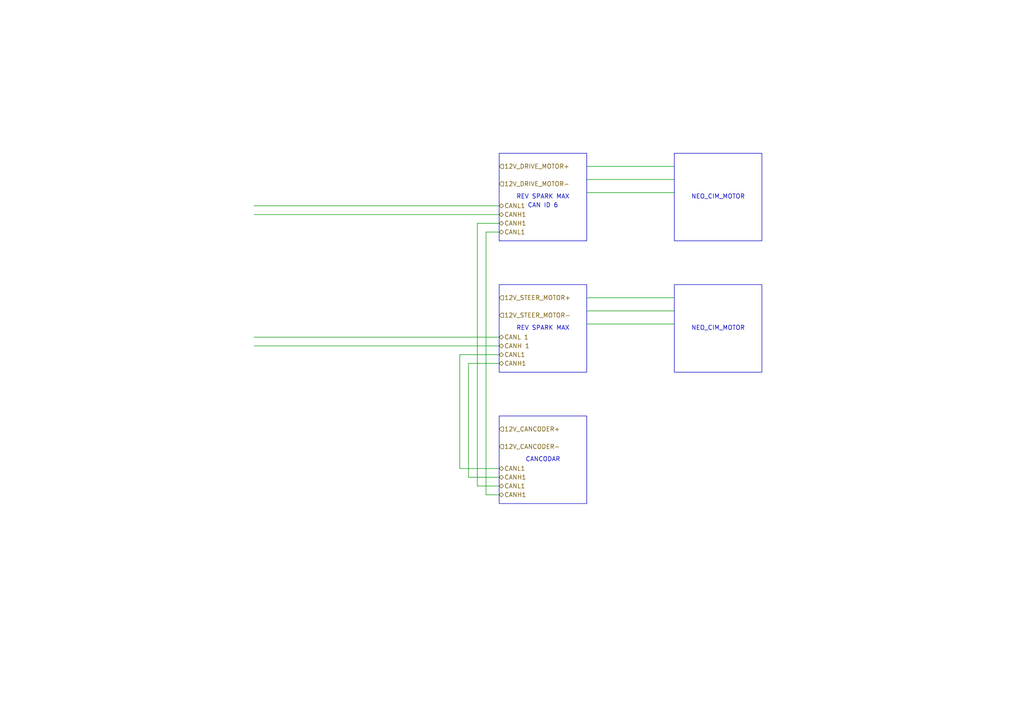
<source format=kicad_sch>
(kicad_sch
	(version 20250114)
	(generator "eeschema")
	(generator_version "9.0")
	(uuid "a75d3122-d114-4a24-bd90-e19f72c3774b")
	(paper "A4")
	(lib_symbols)
	(rectangle
		(start 144.78 120.65)
		(end 170.18 146.05)
		(stroke
			(width 0)
			(type default)
		)
		(fill
			(type none)
		)
		(uuid 04b2cd02-69e1-466c-8a18-eb8ffa777396)
	)
	(rectangle
		(start 195.58 44.45)
		(end 220.98 69.85)
		(stroke
			(width 0)
			(type default)
		)
		(fill
			(type none)
		)
		(uuid 268c690d-e9cd-4626-8198-dfd896cb67ed)
	)
	(rectangle
		(start 195.58 82.55)
		(end 220.98 107.95)
		(stroke
			(width 0)
			(type default)
		)
		(fill
			(type none)
		)
		(uuid 58252e35-51e4-403d-b1f6-3fc854ddfc18)
	)
	(rectangle
		(start 144.78 82.55)
		(end 170.18 107.95)
		(stroke
			(width 0)
			(type default)
		)
		(fill
			(type none)
		)
		(uuid 8262a096-510b-42d8-b860-bddb8ee15103)
	)
	(rectangle
		(start 144.78 44.45)
		(end 170.18 69.85)
		(stroke
			(width 0)
			(type default)
		)
		(fill
			(type none)
		)
		(uuid b6a8a46d-71ad-4956-b08c-98d80a58405b)
	)
	(text "REV SPARK MAX"
		(exclude_from_sim no)
		(at 157.48 57.15 0)
		(effects
			(font
				(size 1.27 1.27)
			)
		)
		(uuid "028ff27b-997c-44fa-9331-e8a6088b55e1")
	)
	(text "CANCODAR"
		(exclude_from_sim no)
		(at 157.48 133.35 0)
		(effects
			(font
				(size 1.27 1.27)
			)
		)
		(uuid "451c2fcb-4181-4b59-9dd7-77620cffc79f")
	)
	(text "NEO_CIM_MOTOR"
		(exclude_from_sim no)
		(at 208.28 95.25 0)
		(effects
			(font
				(size 1.27 1.27)
			)
		)
		(uuid "7a10b959-03b8-4962-b1ed-4a748115ba34")
	)
	(text "REV SPARK MAX"
		(exclude_from_sim no)
		(at 157.48 95.25 0)
		(effects
			(font
				(size 1.27 1.27)
			)
		)
		(uuid "838650bb-a961-4242-a37c-593bf12a6093")
	)
	(text "CAN ID 6"
		(exclude_from_sim no)
		(at 157.48 59.69 0)
		(effects
			(font
				(size 1.27 1.27)
			)
		)
		(uuid "9e094d83-5ef9-4736-a31c-2b54042ce237")
	)
	(text "NEO_CIM_MOTOR"
		(exclude_from_sim no)
		(at 208.28 57.15 0)
		(effects
			(font
				(size 1.27 1.27)
			)
		)
		(uuid "ce3969fb-a227-433b-9eeb-bf89908ebb35")
	)
	(wire
		(pts
			(xy 144.78 67.31) (xy 140.97 67.31)
		)
		(stroke
			(width 0)
			(type default)
		)
		(uuid "0d297f47-c1df-4cdb-9779-d0665b169e6f")
	)
	(wire
		(pts
			(xy 170.18 48.26) (xy 195.58 48.26)
		)
		(stroke
			(width 0)
			(type default)
		)
		(uuid "16e249d7-441b-44f6-b035-2e71f0acf39c")
	)
	(wire
		(pts
			(xy 144.78 138.43) (xy 135.89 138.43)
		)
		(stroke
			(width 0)
			(type default)
		)
		(uuid "21b4160c-eb36-485c-a9f6-6b6cd41089e6")
	)
	(wire
		(pts
			(xy 135.89 105.41) (xy 144.78 105.41)
		)
		(stroke
			(width 0)
			(type default)
		)
		(uuid "3869bd6c-9763-4d32-a4a5-384a330cfa7e")
	)
	(wire
		(pts
			(xy 133.35 102.87) (xy 144.78 102.87)
		)
		(stroke
			(width 0)
			(type default)
		)
		(uuid "4a4f040e-78ce-484f-8813-f626c1ae21c5")
	)
	(wire
		(pts
			(xy 135.89 138.43) (xy 135.89 105.41)
		)
		(stroke
			(width 0)
			(type default)
		)
		(uuid "4ebda267-ad86-49cd-94d4-204a81e77bc3")
	)
	(wire
		(pts
			(xy 140.97 67.31) (xy 140.97 143.51)
		)
		(stroke
			(width 0)
			(type default)
		)
		(uuid "55846dd7-25a7-4e90-9c45-ef51655702bd")
	)
	(wire
		(pts
			(xy 138.43 64.77) (xy 138.43 140.97)
		)
		(stroke
			(width 0)
			(type default)
		)
		(uuid "5585ad11-177b-45f7-944d-9b81bbccd7b1")
	)
	(wire
		(pts
			(xy 170.18 86.36) (xy 195.58 86.36)
		)
		(stroke
			(width 0)
			(type default)
		)
		(uuid "5ffbd8d7-2e45-40d4-ae6c-bea869f6048e")
	)
	(wire
		(pts
			(xy 73.66 62.23) (xy 144.78 62.23)
		)
		(stroke
			(width 0)
			(type default)
		)
		(uuid "63315857-dc63-4ea0-80ab-879ec7e3f662")
	)
	(wire
		(pts
			(xy 140.97 143.51) (xy 144.78 143.51)
		)
		(stroke
			(width 0)
			(type default)
		)
		(uuid "6f227fa7-2fc9-4442-8200-d677896e89b9")
	)
	(wire
		(pts
			(xy 170.18 90.17) (xy 195.58 90.17)
		)
		(stroke
			(width 0)
			(type default)
		)
		(uuid "800968de-2a7d-406f-8e5c-a425d1fa9663")
	)
	(wire
		(pts
			(xy 133.35 135.89) (xy 133.35 102.87)
		)
		(stroke
			(width 0)
			(type default)
		)
		(uuid "844a31fa-a9fa-4daa-baf1-22c95c7c9d61")
	)
	(wire
		(pts
			(xy 138.43 140.97) (xy 144.78 140.97)
		)
		(stroke
			(width 0)
			(type default)
		)
		(uuid "8f529f21-9025-4ad6-be4b-06ca42c3c51f")
	)
	(wire
		(pts
			(xy 73.66 97.79) (xy 144.78 97.79)
		)
		(stroke
			(width 0)
			(type default)
		)
		(uuid "9a79955d-26f1-4868-948e-09633d86b86a")
	)
	(wire
		(pts
			(xy 144.78 135.89) (xy 133.35 135.89)
		)
		(stroke
			(width 0)
			(type default)
		)
		(uuid "9dff992b-9b78-4028-b7f9-d1fefb220edd")
	)
	(wire
		(pts
			(xy 73.66 100.33) (xy 144.78 100.33)
		)
		(stroke
			(width 0)
			(type default)
		)
		(uuid "9ea82b1a-bb16-430d-8d6a-7dbe838c1975")
	)
	(wire
		(pts
			(xy 73.66 59.69) (xy 144.78 59.69)
		)
		(stroke
			(width 0)
			(type default)
		)
		(uuid "b9beb300-80dd-4a54-9284-d39d980e39d8")
	)
	(wire
		(pts
			(xy 170.18 93.98) (xy 195.58 93.98)
		)
		(stroke
			(width 0)
			(type default)
		)
		(uuid "c0391249-54a0-4e5f-979a-d9b64a1d610a")
	)
	(wire
		(pts
			(xy 170.18 52.07) (xy 195.58 52.07)
		)
		(stroke
			(width 0)
			(type default)
		)
		(uuid "eb7f90c2-1f6e-47c3-9ceb-80b8334a71ad")
	)
	(wire
		(pts
			(xy 144.78 64.77) (xy 138.43 64.77)
		)
		(stroke
			(width 0)
			(type default)
		)
		(uuid "f6a66fcc-7e69-45ca-a8f7-d824f7323193")
	)
	(wire
		(pts
			(xy 170.18 55.88) (xy 195.58 55.88)
		)
		(stroke
			(width 0)
			(type default)
		)
		(uuid "ff296b23-7110-4fc0-8852-85c963f7bc83")
	)
	(hierarchical_label "12V_DRIVE_MOTOR-"
		(shape input)
		(at 144.78 53.34 0)
		(effects
			(font
				(size 1.27 1.27)
			)
			(justify left)
		)
		(uuid "0bfcce42-5289-44d3-b28b-a4247d0b4796")
	)
	(hierarchical_label "12V_CANCODER+"
		(shape input)
		(at 144.78 124.46 0)
		(effects
			(font
				(size 1.27 1.27)
			)
			(justify left)
		)
		(uuid "2ba292ad-c6c4-46c8-bb49-3726abb2b65b")
	)
	(hierarchical_label "12V_DRIVE_MOTOR+"
		(shape input)
		(at 144.78 48.26 0)
		(effects
			(font
				(size 1.27 1.27)
			)
			(justify left)
		)
		(uuid "2cfc3133-b805-4836-a25b-58d1fe679203")
	)
	(hierarchical_label "CANL1"
		(shape bidirectional)
		(at 144.78 102.87 0)
		(effects
			(font
				(size 1.27 1.27)
			)
			(justify left)
		)
		(uuid "4f1c48a2-2ab1-491f-85dd-b26cdd45129a")
	)
	(hierarchical_label "CANL1"
		(shape bidirectional)
		(at 144.78 135.89 0)
		(effects
			(font
				(size 1.27 1.27)
			)
			(justify left)
		)
		(uuid "56094e7d-1d72-422f-978c-60dc5d44fcd8")
	)
	(hierarchical_label "CANH1"
		(shape bidirectional)
		(at 144.78 105.41 0)
		(effects
			(font
				(size 1.27 1.27)
			)
			(justify left)
		)
		(uuid "6b107950-ef2b-4950-af09-9c3631d17d1a")
	)
	(hierarchical_label "CANL1"
		(shape bidirectional)
		(at 144.78 140.97 0)
		(effects
			(font
				(size 1.27 1.27)
			)
			(justify left)
		)
		(uuid "6c7c7987-3c72-4077-9d95-be698a180bb8")
	)
	(hierarchical_label "12V_CANCODER-"
		(shape input)
		(at 144.78 129.54 0)
		(effects
			(font
				(size 1.27 1.27)
			)
			(justify left)
		)
		(uuid "72cae486-5949-4cc9-87b5-fdf94b4d4f20")
	)
	(hierarchical_label "CANH1"
		(shape bidirectional)
		(at 144.78 138.43 0)
		(effects
			(font
				(size 1.27 1.27)
			)
			(justify left)
		)
		(uuid "7aa8d551-a0a7-453c-b650-b52fbb7f052c")
	)
	(hierarchical_label "CANL1"
		(shape bidirectional)
		(at 144.78 67.31 0)
		(effects
			(font
				(size 1.27 1.27)
			)
			(justify left)
		)
		(uuid "805f42d3-78ad-4a81-ba5c-e60d2ec620ba")
	)
	(hierarchical_label "CANH1"
		(shape bidirectional)
		(at 144.78 64.77 0)
		(effects
			(font
				(size 1.27 1.27)
			)
			(justify left)
		)
		(uuid "81fce5ec-0f81-4900-925f-a5350305e26d")
	)
	(hierarchical_label "CANL1"
		(shape bidirectional)
		(at 144.78 59.69 0)
		(effects
			(font
				(size 1.27 1.27)
			)
			(justify left)
		)
		(uuid "858a96ed-04a9-4e9e-bb30-5803952c000d")
	)
	(hierarchical_label "CANH1"
		(shape bidirectional)
		(at 144.78 62.23 0)
		(effects
			(font
				(size 1.27 1.27)
			)
			(justify left)
		)
		(uuid "873e048a-3078-48ce-a0e5-883f58a4f381")
	)
	(hierarchical_label "CANH1"
		(shape bidirectional)
		(at 144.78 143.51 0)
		(effects
			(font
				(size 1.27 1.27)
			)
			(justify left)
		)
		(uuid "afa8b115-a778-4a9d-85b4-71aa0ff928e7")
	)
	(hierarchical_label "12V_STEER_MOTOR+"
		(shape input)
		(at 144.78 86.36 0)
		(effects
			(font
				(size 1.27 1.27)
			)
			(justify left)
		)
		(uuid "b68dab2f-b52b-430a-b212-c98c1db383ad")
	)
	(hierarchical_label "12V_STEER_MOTOR-"
		(shape input)
		(at 144.78 91.44 0)
		(effects
			(font
				(size 1.27 1.27)
			)
			(justify left)
		)
		(uuid "c8b310db-5c39-4504-a1c9-5b60a5cd7c2a")
	)
	(hierarchical_label "CANL 1"
		(shape bidirectional)
		(at 144.78 97.79 0)
		(effects
			(font
				(size 1.27 1.27)
			)
			(justify left)
		)
		(uuid "e5b4e223-765a-4f32-9a7f-6c7db8f436c2")
	)
	(hierarchical_label "CANH 1"
		(shape bidirectional)
		(at 144.78 100.33 0)
		(effects
			(font
				(size 1.27 1.27)
			)
			(justify left)
		)
		(uuid "ee1c8cb2-97d3-409b-92bb-552eb195ab70")
	)
)

</source>
